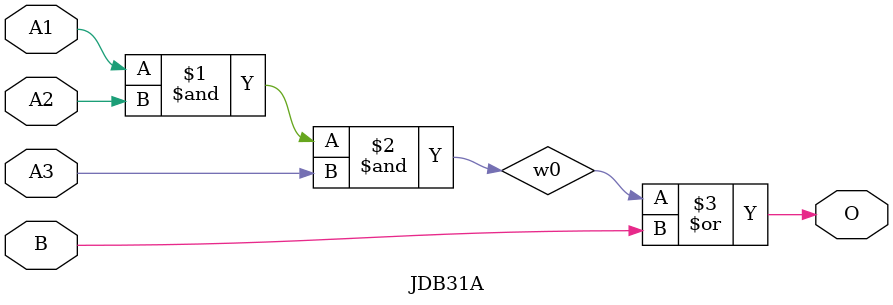
<source format=v>
module JDB31A(A1, A2, A3, B, O);
input   A1;
input   A2;
input   A3;
input   B;
output  O;
and g0(w0, A1, A2, A3);
or g1(O, w0, B);
endmodule
</source>
